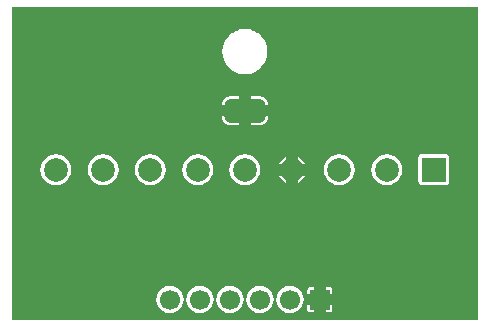
<source format=gtl>
G04 Layer_Physical_Order=1*
G04 Layer_Color=16776960*
%FSLAX43Y43*%
%MOMM*%
G71*
G01*
G75*
%ADD10C,2.000*%
G04:AMPARAMS|DCode=11|XSize=3.5mm|YSize=2mm|CornerRadius=0.5mm|HoleSize=0mm|Usage=FLASHONLY|Rotation=180.000|XOffset=0mm|YOffset=0mm|HoleType=Round|Shape=RoundedRectangle|*
%AMROUNDEDRECTD11*
21,1,3.500,1.000,0,0,180.0*
21,1,2.500,2.000,0,0,180.0*
1,1,1.000,-1.250,0.500*
1,1,1.000,1.250,0.500*
1,1,1.000,1.250,-0.500*
1,1,1.000,-1.250,-0.500*
%
%ADD11ROUNDEDRECTD11*%
%ADD12R,2.000X2.000*%
%ADD13C,1.700*%
%ADD14R,1.700X1.700*%
%ADD15C,0.700*%
G36*
X39745Y6000D02*
Y255D01*
X255D01*
Y26745D01*
X39745D01*
Y6000D01*
D02*
G37*
%LPC*%
G36*
X27195Y3054D02*
X26845D01*
Y2500D01*
X27399D01*
Y2850D01*
X27383Y2928D01*
X27339Y2994D01*
X27273Y3038D01*
X27195Y3054D01*
D02*
G37*
G36*
X25845D02*
X25495D01*
X25417Y3038D01*
X25351Y2994D01*
X25307Y2928D01*
X25291Y2850D01*
Y2500D01*
X25845D01*
Y3054D01*
D02*
G37*
G36*
X27399Y1500D02*
X26845D01*
Y946D01*
X27195D01*
X27273Y962D01*
X27339Y1006D01*
X27383Y1072D01*
X27399Y1150D01*
Y1500D01*
D02*
G37*
G36*
X12000Y14311D02*
X11661Y14267D01*
X11344Y14136D01*
X11073Y13927D01*
X10864Y13656D01*
X10733Y13339D01*
X10689Y13000D01*
X10733Y12661D01*
X10864Y12344D01*
X11073Y12073D01*
X11344Y11864D01*
X11661Y11733D01*
X12000Y11689D01*
X12339Y11733D01*
X12656Y11864D01*
X12927Y12073D01*
X13136Y12344D01*
X13267Y12661D01*
X13311Y13000D01*
X13267Y13339D01*
X13136Y13656D01*
X12927Y13927D01*
X12656Y14136D01*
X12339Y14267D01*
X12000Y14311D01*
D02*
G37*
G36*
X8000D02*
X7661Y14267D01*
X7344Y14136D01*
X7073Y13927D01*
X6864Y13656D01*
X6733Y13339D01*
X6689Y13000D01*
X6733Y12661D01*
X6864Y12344D01*
X7073Y12073D01*
X7344Y11864D01*
X7661Y11733D01*
X8000Y11689D01*
X8339Y11733D01*
X8656Y11864D01*
X8927Y12073D01*
X9136Y12344D01*
X9267Y12661D01*
X9311Y13000D01*
X9267Y13339D01*
X9136Y13656D01*
X8927Y13927D01*
X8656Y14136D01*
X8339Y14267D01*
X8000Y14311D01*
D02*
G37*
G36*
X4000D02*
X3661Y14267D01*
X3344Y14136D01*
X3073Y13927D01*
X2864Y13656D01*
X2733Y13339D01*
X2689Y13000D01*
X2733Y12661D01*
X2864Y12344D01*
X3073Y12073D01*
X3344Y11864D01*
X3661Y11733D01*
X4000Y11689D01*
X4339Y11733D01*
X4656Y11864D01*
X4927Y12073D01*
X5136Y12344D01*
X5267Y12661D01*
X5311Y13000D01*
X5267Y13339D01*
X5136Y13656D01*
X4927Y13927D01*
X4656Y14136D01*
X4339Y14267D01*
X4000Y14311D01*
D02*
G37*
G36*
X21265Y3160D02*
X20965Y3120D01*
X20685Y3005D01*
X20445Y2820D01*
X20260Y2580D01*
X20145Y2300D01*
X20105Y2000D01*
X20145Y1700D01*
X20260Y1420D01*
X20445Y1180D01*
X20685Y995D01*
X20965Y880D01*
X21265Y840D01*
X21565Y880D01*
X21845Y995D01*
X22085Y1180D01*
X22270Y1420D01*
X22385Y1700D01*
X22425Y2000D01*
X22385Y2300D01*
X22270Y2580D01*
X22085Y2820D01*
X21845Y3005D01*
X21565Y3120D01*
X21265Y3160D01*
D02*
G37*
G36*
X23805Y3160D02*
X23505Y3120D01*
X23225Y3005D01*
X22985Y2820D01*
X22800Y2580D01*
X22685Y2300D01*
X22645Y2000D01*
X22685Y1700D01*
X22800Y1420D01*
X22985Y1180D01*
X23225Y995D01*
X23505Y880D01*
X23805Y840D01*
X24105Y880D01*
X24385Y995D01*
X24625Y1180D01*
X24810Y1420D01*
X24925Y1700D01*
X24965Y2000D01*
X24925Y2300D01*
X24810Y2580D01*
X24625Y2820D01*
X24385Y3005D01*
X24105Y3120D01*
X23805Y3160D01*
D02*
G37*
G36*
X13645Y3160D02*
X13345Y3120D01*
X13065Y3005D01*
X12825Y2820D01*
X12640Y2580D01*
X12525Y2300D01*
X12485Y2000D01*
X12525Y1700D01*
X12640Y1420D01*
X12825Y1180D01*
X13065Y995D01*
X13345Y880D01*
X13645Y840D01*
X13945Y880D01*
X14225Y995D01*
X14465Y1180D01*
X14650Y1420D01*
X14765Y1700D01*
X14805Y2000D01*
X14765Y2300D01*
X14650Y2580D01*
X14465Y2820D01*
X14225Y3005D01*
X13945Y3120D01*
X13645Y3160D01*
D02*
G37*
G36*
X25845Y1500D02*
X25291D01*
Y1150D01*
X25307Y1072D01*
X25351Y1006D01*
X25417Y962D01*
X25495Y946D01*
X25845D01*
Y1500D01*
D02*
G37*
G36*
X18725Y3160D02*
X18425Y3120D01*
X18145Y3005D01*
X17905Y2820D01*
X17720Y2580D01*
X17605Y2300D01*
X17565Y2000D01*
X17605Y1700D01*
X17720Y1420D01*
X17905Y1180D01*
X18145Y995D01*
X18425Y880D01*
X18725Y840D01*
X19025Y880D01*
X19305Y995D01*
X19545Y1180D01*
X19730Y1420D01*
X19845Y1700D01*
X19885Y2000D01*
X19845Y2300D01*
X19730Y2580D01*
X19545Y2820D01*
X19305Y3005D01*
X19025Y3120D01*
X18725Y3160D01*
D02*
G37*
G36*
X16185D02*
X15885Y3120D01*
X15605Y3005D01*
X15365Y2820D01*
X15180Y2580D01*
X15065Y2300D01*
X15025Y2000D01*
X15065Y1700D01*
X15180Y1420D01*
X15365Y1180D01*
X15605Y995D01*
X15885Y880D01*
X16185Y840D01*
X16485Y880D01*
X16765Y995D01*
X17005Y1180D01*
X17190Y1420D01*
X17305Y1700D01*
X17345Y2000D01*
X17305Y2300D01*
X17190Y2580D01*
X17005Y2820D01*
X16765Y3005D01*
X16485Y3120D01*
X16185Y3160D01*
D02*
G37*
G36*
X16000Y14311D02*
X15661Y14267D01*
X15344Y14136D01*
X15073Y13927D01*
X14864Y13656D01*
X14733Y13339D01*
X14689Y13000D01*
X14733Y12661D01*
X14864Y12344D01*
X15073Y12073D01*
X15344Y11864D01*
X15661Y11733D01*
X16000Y11689D01*
X16339Y11733D01*
X16656Y11864D01*
X16927Y12073D01*
X17136Y12344D01*
X17267Y12661D01*
X17311Y13000D01*
X17267Y13339D01*
X17136Y13656D01*
X16927Y13927D01*
X16656Y14136D01*
X16339Y14267D01*
X16000Y14311D01*
D02*
G37*
G36*
X21956Y17500D02*
X20500D01*
Y16794D01*
X21250D01*
X21433Y16818D01*
X21603Y16889D01*
X21749Y17001D01*
X21861Y17147D01*
X21932Y17317D01*
X21956Y17500D01*
Y17500D01*
D02*
G37*
G36*
X19500D02*
X18044D01*
Y17500D01*
X18068Y17317D01*
X18139Y17147D01*
X18251Y17001D01*
X18397Y16889D01*
X18567Y16818D01*
X18750Y16794D01*
X19500D01*
Y17500D01*
D02*
G37*
G36*
X24500Y14092D02*
Y13500D01*
X25092D01*
X25048Y13605D01*
X24856Y13856D01*
X24605Y14048D01*
X24500Y14092D01*
D02*
G37*
G36*
X20000Y24914D02*
X19985Y24911D01*
X19970Y24912D01*
X19656Y24881D01*
X19628Y24873D01*
X19598Y24870D01*
X19296Y24778D01*
X19269Y24764D01*
X19241Y24755D01*
X18963Y24607D01*
X18939Y24587D01*
X18913Y24573D01*
X18669Y24373D01*
X18650Y24350D01*
X18627Y24331D01*
X18427Y24087D01*
X18413Y24061D01*
X18393Y24037D01*
X18245Y23759D01*
X18236Y23731D01*
X18222Y23704D01*
X18130Y23402D01*
X18127Y23372D01*
X18119Y23344D01*
X18088Y23030D01*
X18091Y23000D01*
X18088Y22970D01*
X18119Y22656D01*
X18127Y22628D01*
X18130Y22598D01*
X18222Y22296D01*
X18236Y22269D01*
X18245Y22241D01*
X18393Y21963D01*
X18413Y21939D01*
X18427Y21913D01*
X18627Y21669D01*
X18650Y21650D01*
X18669Y21627D01*
X18913Y21427D01*
X18939Y21413D01*
X18963Y21393D01*
X19241Y21245D01*
X19269Y21236D01*
X19296Y21222D01*
X19598Y21130D01*
X19628Y21127D01*
X19656Y21119D01*
X19970Y21088D01*
X19985Y21089D01*
X20000Y21086D01*
X20015Y21089D01*
X20030Y21088D01*
X20344Y21119D01*
X20372Y21127D01*
X20402Y21130D01*
X20704Y21222D01*
X20731Y21236D01*
X20759Y21245D01*
X21037Y21393D01*
X21061Y21413D01*
X21087Y21427D01*
X21331Y21627D01*
X21350Y21650D01*
X21373Y21669D01*
X21573Y21913D01*
X21587Y21939D01*
X21607Y21963D01*
X21755Y22241D01*
X21764Y22269D01*
X21778Y22296D01*
X21870Y22598D01*
X21873Y22628D01*
X21881Y22656D01*
X21912Y22970D01*
X21909Y23000D01*
X21912Y23030D01*
X21881Y23344D01*
X21873Y23372D01*
X21870Y23402D01*
X21778Y23704D01*
X21764Y23731D01*
X21755Y23759D01*
X21607Y24037D01*
X21587Y24061D01*
X21573Y24087D01*
X21373Y24331D01*
X21350Y24350D01*
X21331Y24373D01*
X21087Y24573D01*
X21061Y24587D01*
X21037Y24607D01*
X20759Y24755D01*
X20731Y24764D01*
X20704Y24778D01*
X20402Y24870D01*
X20372Y24873D01*
X20344Y24881D01*
X20030Y24912D01*
X20015Y24911D01*
X20000Y24914D01*
D02*
G37*
G36*
X21250Y19206D02*
X20500D01*
Y18500D01*
X21956D01*
Y18500D01*
X21932Y18683D01*
X21861Y18853D01*
X21749Y18999D01*
X21603Y19111D01*
X21433Y19182D01*
X21250Y19206D01*
D02*
G37*
G36*
X19500D02*
X18750D01*
X18567Y19182D01*
X18397Y19111D01*
X18251Y18999D01*
X18139Y18853D01*
X18068Y18683D01*
X18044Y18500D01*
Y18500D01*
X19500D01*
Y19206D01*
D02*
G37*
G36*
X23500Y14092D02*
X23395Y14048D01*
X23144Y13856D01*
X22952Y13605D01*
X22908Y13500D01*
X23500D01*
Y14092D01*
D02*
G37*
G36*
X32000Y14311D02*
X31661Y14267D01*
X31344Y14136D01*
X31073Y13927D01*
X30864Y13656D01*
X30733Y13339D01*
X30689Y13000D01*
X30733Y12661D01*
X30864Y12344D01*
X31073Y12073D01*
X31344Y11864D01*
X31661Y11733D01*
X32000Y11689D01*
X32339Y11733D01*
X32656Y11864D01*
X32927Y12073D01*
X33136Y12344D01*
X33267Y12661D01*
X33311Y13000D01*
X33267Y13339D01*
X33136Y13656D01*
X32927Y13927D01*
X32656Y14136D01*
X32339Y14267D01*
X32000Y14311D01*
D02*
G37*
G36*
X28000D02*
X27661Y14267D01*
X27344Y14136D01*
X27073Y13927D01*
X26864Y13656D01*
X26733Y13339D01*
X26689Y13000D01*
X26733Y12661D01*
X26864Y12344D01*
X27073Y12073D01*
X27344Y11864D01*
X27661Y11733D01*
X28000Y11689D01*
X28339Y11733D01*
X28656Y11864D01*
X28927Y12073D01*
X29136Y12344D01*
X29267Y12661D01*
X29311Y13000D01*
X29267Y13339D01*
X29136Y13656D01*
X28927Y13927D01*
X28656Y14136D01*
X28339Y14267D01*
X28000Y14311D01*
D02*
G37*
G36*
X20000D02*
X19661Y14267D01*
X19344Y14136D01*
X19073Y13927D01*
X18864Y13656D01*
X18733Y13339D01*
X18689Y13000D01*
X18733Y12661D01*
X18864Y12344D01*
X19073Y12073D01*
X19344Y11864D01*
X19661Y11733D01*
X20000Y11689D01*
X20339Y11733D01*
X20656Y11864D01*
X20927Y12073D01*
X21136Y12344D01*
X21267Y12661D01*
X21311Y13000D01*
X21267Y13339D01*
X21136Y13656D01*
X20927Y13927D01*
X20656Y14136D01*
X20339Y14267D01*
X20000Y14311D01*
D02*
G37*
G36*
X23500Y12500D02*
X22908D01*
X22952Y12395D01*
X23144Y12144D01*
X23395Y11952D01*
X23500Y11908D01*
Y12500D01*
D02*
G37*
G36*
X25092D02*
X24500D01*
Y11908D01*
X24605Y11952D01*
X24856Y12144D01*
X25048Y12395D01*
X25092Y12500D01*
D02*
G37*
G36*
X37000Y14306D02*
X35000D01*
X34883Y14283D01*
X34784Y14216D01*
X34717Y14117D01*
X34694Y14000D01*
Y12000D01*
X34717Y11883D01*
X34784Y11784D01*
X34883Y11717D01*
X35000Y11694D01*
X37000D01*
X37117Y11717D01*
X37216Y11784D01*
X37283Y11883D01*
X37306Y12000D01*
Y14000D01*
X37283Y14117D01*
X37216Y14216D01*
X37117Y14283D01*
X37000Y14306D01*
D02*
G37*
%LPD*%
D10*
X16000Y13000D02*
D03*
X28000D02*
D03*
X32000D02*
D03*
X24000D02*
D03*
X20000D02*
D03*
X12000D02*
D03*
X8000D02*
D03*
X4000D02*
D03*
D11*
X20000Y18000D02*
D03*
D12*
X36000Y13000D02*
D03*
D13*
X16185Y2000D02*
D03*
X18725D02*
D03*
X23805Y2000D02*
D03*
X21265Y2000D02*
D03*
X13645Y2000D02*
D03*
D14*
X26345Y2000D02*
D03*
D15*
X24300Y8926D02*
D03*
X26904Y9563D02*
D03*
X34300Y8926D02*
D03*
X26800Y6500D02*
D03*
M02*

</source>
